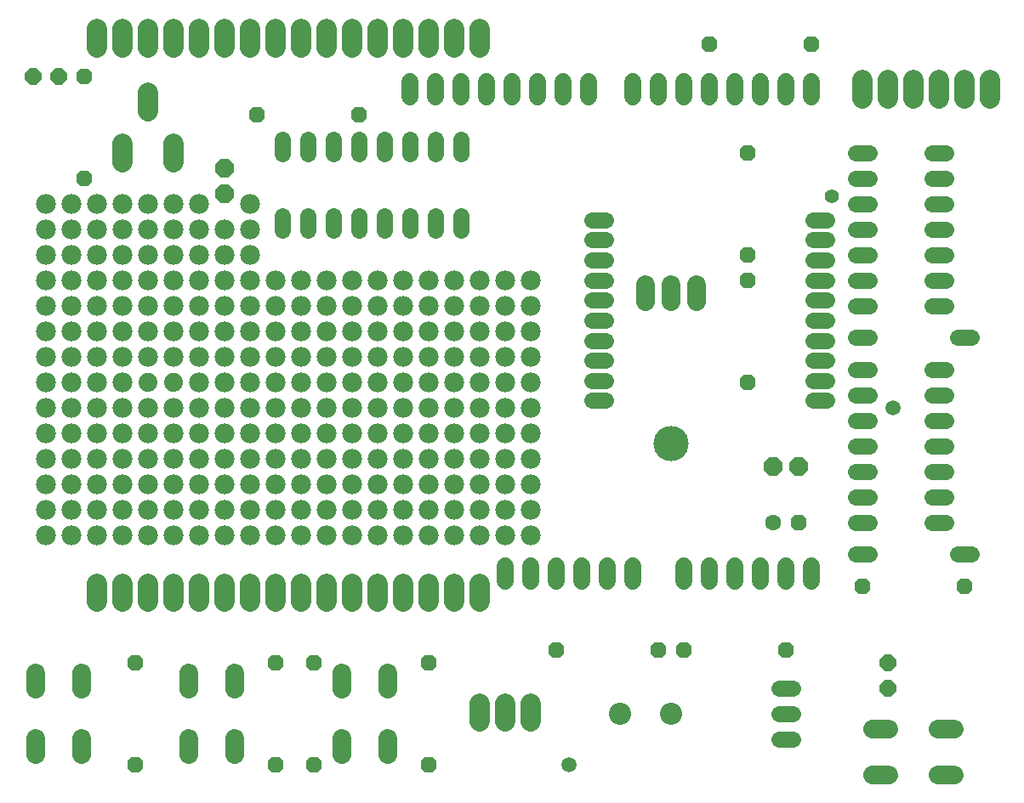
<source format=gts>
G75*
G70*
%OFA0B0*%
%FSLAX24Y24*%
%IPPOS*%
%LPD*%
%AMOC8*
5,1,8,0,0,1.08239X$1,22.5*
%
%ADD10C,0.0674*%
%ADD11C,0.0640*%
%ADD12C,0.0867*%
%ADD13OC8,0.0631*%
%ADD14OC8,0.0640*%
%ADD15C,0.0789*%
%ADD16C,0.0720*%
%ADD17C,0.1380*%
%ADD18C,0.0631*%
%ADD19C,0.0792*%
%ADD20C,0.0635*%
%ADD21OC8,0.0710*%
%ADD22C,0.0780*%
%ADD23C,0.0595*%
%ADD24C,0.0740*%
%ADD25C,0.0556*%
D10*
X019657Y010364D02*
X019657Y010958D01*
X020657Y010958D02*
X020657Y010364D01*
X021657Y010364D02*
X021657Y010958D01*
X022657Y010958D02*
X022657Y010364D01*
X023657Y010364D02*
X023657Y010958D01*
X024657Y010958D02*
X024657Y010364D01*
X026657Y010364D02*
X026657Y010958D01*
X027657Y010958D02*
X027657Y010364D01*
X028657Y010364D02*
X028657Y010958D01*
X029657Y010958D02*
X029657Y010364D01*
X030657Y010364D02*
X030657Y010958D01*
X031657Y010958D02*
X031657Y010364D01*
X031657Y029364D02*
X031657Y029958D01*
X030657Y029958D02*
X030657Y029364D01*
X029657Y029364D02*
X029657Y029958D01*
X028657Y029958D02*
X028657Y029364D01*
X027657Y029364D02*
X027657Y029958D01*
X026657Y029958D02*
X026657Y029364D01*
X025657Y029364D02*
X025657Y029958D01*
X024657Y029958D02*
X024657Y029364D01*
X022907Y029364D02*
X022907Y029958D01*
X021907Y029958D02*
X021907Y029364D01*
X020907Y029364D02*
X020907Y029958D01*
X019907Y029958D02*
X019907Y029364D01*
X018907Y029364D02*
X018907Y029958D01*
X017907Y029958D02*
X017907Y029364D01*
X016907Y029364D02*
X016907Y029958D01*
X015907Y029958D02*
X015907Y029364D01*
D11*
X015907Y027691D02*
X015907Y027131D01*
X016907Y027131D02*
X016907Y027691D01*
X017907Y027691D02*
X017907Y027131D01*
X017907Y024691D02*
X017907Y024131D01*
X016907Y024131D02*
X016907Y024691D01*
X015907Y024691D02*
X015907Y024131D01*
X014907Y024131D02*
X014907Y024691D01*
X013907Y024691D02*
X013907Y024131D01*
X012907Y024131D02*
X012907Y024691D01*
X011907Y024691D02*
X011907Y024131D01*
X010907Y024131D02*
X010907Y024691D01*
X010907Y027131D02*
X010907Y027691D01*
X011907Y027691D02*
X011907Y027131D01*
X012907Y027131D02*
X012907Y027691D01*
X013907Y027691D02*
X013907Y027131D01*
X014907Y027131D02*
X014907Y027691D01*
X033377Y027161D02*
X033937Y027161D01*
X033937Y026161D02*
X033377Y026161D01*
X033377Y025161D02*
X033937Y025161D01*
X033937Y024161D02*
X033377Y024161D01*
X033377Y023161D02*
X033937Y023161D01*
X033937Y022161D02*
X033377Y022161D01*
X033377Y021161D02*
X033937Y021161D01*
X033937Y019911D02*
X033377Y019911D01*
X033377Y018661D02*
X033937Y018661D01*
X033937Y017661D02*
X033377Y017661D01*
X033377Y016661D02*
X033937Y016661D01*
X033937Y015661D02*
X033377Y015661D01*
X033377Y014661D02*
X033937Y014661D01*
X033937Y013661D02*
X033377Y013661D01*
X033377Y012661D02*
X033937Y012661D01*
X033937Y011411D02*
X033377Y011411D01*
X036377Y012661D02*
X036937Y012661D01*
X036937Y013661D02*
X036377Y013661D01*
X036377Y014661D02*
X036937Y014661D01*
X036937Y015661D02*
X036377Y015661D01*
X036377Y016661D02*
X036937Y016661D01*
X036937Y017661D02*
X036377Y017661D01*
X036377Y018661D02*
X036937Y018661D01*
X037377Y019911D02*
X037937Y019911D01*
X036937Y021161D02*
X036377Y021161D01*
X036377Y022161D02*
X036937Y022161D01*
X036937Y023161D02*
X036377Y023161D01*
X036377Y024161D02*
X036937Y024161D01*
X036937Y025161D02*
X036377Y025161D01*
X036377Y026161D02*
X036937Y026161D01*
X036937Y027161D02*
X036377Y027161D01*
X037377Y011411D02*
X037937Y011411D01*
X030937Y006161D02*
X030377Y006161D01*
X030377Y005161D02*
X030937Y005161D01*
X030937Y004161D02*
X030377Y004161D01*
D12*
X026157Y005161D03*
X024157Y005161D03*
D13*
X025657Y007661D03*
X026657Y007661D03*
X030657Y007661D03*
X033657Y010161D03*
X031157Y012661D03*
X029157Y018161D03*
X029157Y022161D03*
X029157Y023161D03*
X029157Y027161D03*
X027657Y031411D03*
X031657Y031411D03*
X013907Y028661D03*
X009907Y028661D03*
X003157Y030161D03*
X003157Y026161D03*
X021657Y007661D03*
X016657Y007161D03*
X012157Y007161D03*
X010657Y007161D03*
X010657Y003161D03*
X012157Y003161D03*
X016657Y003161D03*
X005157Y003161D03*
X005157Y007161D03*
X037657Y010161D03*
D14*
X034657Y007161D03*
X034657Y006161D03*
X002157Y030161D03*
X001157Y030161D03*
D15*
X003657Y031306D02*
X003657Y032015D01*
X004657Y032015D02*
X004657Y031306D01*
X005657Y031306D02*
X005657Y032015D01*
X006657Y032015D02*
X006657Y031306D01*
X007657Y031306D02*
X007657Y032015D01*
X008657Y032015D02*
X008657Y031306D01*
X009657Y031306D02*
X009657Y032015D01*
X010657Y032015D02*
X010657Y031306D01*
X011657Y031306D02*
X011657Y032015D01*
X012657Y032015D02*
X012657Y031306D01*
X013657Y031306D02*
X013657Y032015D01*
X014657Y032015D02*
X014657Y031306D01*
X015657Y031306D02*
X015657Y032015D01*
X016657Y032015D02*
X016657Y031306D01*
X017657Y031306D02*
X017657Y032015D01*
X018657Y032015D02*
X018657Y031306D01*
X006657Y027515D02*
X006657Y026806D01*
X004657Y026806D02*
X004657Y027515D01*
X005657Y028806D02*
X005657Y029515D01*
X005657Y010265D02*
X005657Y009556D01*
X006657Y009556D02*
X006657Y010265D01*
X007657Y010265D02*
X007657Y009556D01*
X008657Y009556D02*
X008657Y010265D01*
X009657Y010265D02*
X009657Y009556D01*
X010657Y009556D02*
X010657Y010265D01*
X011657Y010265D02*
X011657Y009556D01*
X012657Y009556D02*
X012657Y010265D01*
X013657Y010265D02*
X013657Y009556D01*
X014657Y009556D02*
X014657Y010265D01*
X015657Y010265D02*
X015657Y009556D01*
X016657Y009556D02*
X016657Y010265D01*
X017657Y010265D02*
X017657Y009556D01*
X018657Y009556D02*
X018657Y010265D01*
X018657Y005565D02*
X018657Y004856D01*
X019657Y004856D02*
X019657Y005565D01*
X020657Y005565D02*
X020657Y004856D01*
X004657Y009556D02*
X004657Y010265D01*
X003657Y010265D02*
X003657Y009556D01*
D16*
X001267Y004201D02*
X001267Y003561D01*
X003047Y003561D02*
X003047Y004201D01*
X003047Y006121D02*
X003047Y006761D01*
X001267Y006761D02*
X001267Y006121D01*
X007267Y006121D02*
X007267Y006761D01*
X009047Y006761D02*
X009047Y006121D01*
X009047Y004201D02*
X009047Y003561D01*
X007267Y003561D02*
X007267Y004201D01*
X013267Y004201D02*
X013267Y003561D01*
X015047Y003561D02*
X015047Y004201D01*
X015047Y006121D02*
X015047Y006761D01*
X013267Y006761D02*
X013267Y006121D01*
X025157Y021341D02*
X025157Y021981D01*
X026157Y021981D02*
X026157Y021341D01*
X027157Y021341D02*
X027157Y021981D01*
X034057Y004551D02*
X034697Y004551D01*
X036617Y004551D02*
X037257Y004551D01*
X037257Y002771D02*
X036617Y002771D01*
X034697Y002771D02*
X034057Y002771D01*
D17*
X026157Y015761D03*
D18*
X030157Y012661D03*
D19*
X033657Y029305D02*
X033657Y030017D01*
X034657Y030017D02*
X034657Y029305D01*
X035657Y029305D02*
X035657Y030017D01*
X036657Y030017D02*
X036657Y029305D01*
X037657Y029305D02*
X037657Y030017D01*
X038657Y030017D02*
X038657Y029305D01*
D20*
X032266Y024535D02*
X031711Y024535D01*
X031711Y023747D02*
X032266Y023747D01*
X032266Y022960D02*
X031711Y022960D01*
X031711Y022173D02*
X032266Y022173D01*
X032266Y021385D02*
X031711Y021385D01*
X031711Y020598D02*
X032266Y020598D01*
X032266Y019810D02*
X031711Y019810D01*
X031711Y019023D02*
X032266Y019023D01*
X032266Y018236D02*
X031711Y018236D01*
X031711Y017448D02*
X032266Y017448D01*
X023604Y017448D02*
X023049Y017448D01*
X023049Y018236D02*
X023604Y018236D01*
X023604Y019023D02*
X023049Y019023D01*
X023049Y019810D02*
X023604Y019810D01*
X023604Y020598D02*
X023049Y020598D01*
X023049Y021385D02*
X023604Y021385D01*
X023604Y022173D02*
X023049Y022173D01*
X023049Y022960D02*
X023604Y022960D01*
X023604Y023747D02*
X023049Y023747D01*
X023049Y024535D02*
X023604Y024535D01*
D21*
X030157Y014861D03*
X031157Y014861D03*
X008657Y025561D03*
X008657Y026561D03*
D22*
X007657Y025161D03*
X006657Y025161D03*
X005657Y025161D03*
X004657Y025161D03*
X003657Y025161D03*
X002657Y025161D03*
X001657Y025161D03*
X001657Y024161D03*
X002657Y024161D03*
X002657Y023161D03*
X001657Y023161D03*
X001657Y022161D03*
X002657Y022161D03*
X002657Y021161D03*
X001657Y021161D03*
X001657Y020161D03*
X002657Y020161D03*
X002657Y019161D03*
X001657Y019161D03*
X001657Y018161D03*
X002657Y018161D03*
X002657Y017161D03*
X001657Y017161D03*
X001657Y016161D03*
X002657Y016161D03*
X002657Y015161D03*
X001657Y015161D03*
X001657Y014161D03*
X002657Y014161D03*
X002657Y013161D03*
X001657Y013161D03*
X001657Y012161D03*
X002657Y012161D03*
X003657Y012161D03*
X004657Y012161D03*
X004657Y013161D03*
X003657Y013161D03*
X003657Y014161D03*
X004657Y014161D03*
X004657Y015161D03*
X003657Y015161D03*
X003657Y016161D03*
X004657Y016161D03*
X004657Y017161D03*
X003657Y017161D03*
X003657Y018161D03*
X004657Y018161D03*
X004657Y019161D03*
X003657Y019161D03*
X003657Y020161D03*
X004657Y020161D03*
X004657Y021161D03*
X003657Y021161D03*
X003657Y022161D03*
X004657Y022161D03*
X004657Y023161D03*
X003657Y023161D03*
X003657Y024161D03*
X004657Y024161D03*
X005657Y024161D03*
X006657Y024161D03*
X007657Y024161D03*
X007657Y023161D03*
X006657Y023161D03*
X005657Y023161D03*
X005657Y022161D03*
X006657Y022161D03*
X007657Y022161D03*
X007657Y021161D03*
X006657Y021161D03*
X005657Y021161D03*
X005657Y020161D03*
X006657Y020161D03*
X007657Y020161D03*
X007657Y019161D03*
X006657Y019161D03*
X005657Y019161D03*
X007657Y018161D03*
X007657Y017161D03*
X006657Y017161D03*
X005657Y017161D03*
X005657Y016161D03*
X006657Y016161D03*
X007657Y016161D03*
X007657Y015161D03*
X006657Y015161D03*
X005657Y015161D03*
X005657Y014161D03*
X006657Y014161D03*
X007657Y014161D03*
X007657Y013161D03*
X006657Y013161D03*
X005657Y013161D03*
X005657Y012161D03*
X006657Y012161D03*
X007657Y012161D03*
X008657Y012161D03*
X009657Y012161D03*
X009657Y013161D03*
X008657Y013161D03*
X008657Y014161D03*
X009657Y014161D03*
X009657Y015161D03*
X008657Y015161D03*
X008657Y016161D03*
X009657Y016161D03*
X009657Y017161D03*
X008657Y017161D03*
X008657Y018161D03*
X009657Y018161D03*
X009657Y019161D03*
X008657Y019161D03*
X008657Y020161D03*
X009657Y020161D03*
X009657Y021161D03*
X008657Y021161D03*
X008657Y022161D03*
X009657Y022161D03*
X009657Y023161D03*
X008657Y023161D03*
X008657Y024161D03*
X009657Y024161D03*
X009657Y025161D03*
X010657Y022161D03*
X011657Y022161D03*
X011657Y021161D03*
X010657Y021161D03*
X010657Y020161D03*
X011657Y020161D03*
X011657Y019161D03*
X010657Y019161D03*
X010657Y018161D03*
X011657Y018161D03*
X011657Y017161D03*
X010657Y017161D03*
X010657Y016161D03*
X011657Y016161D03*
X011657Y015161D03*
X010657Y015161D03*
X010657Y014161D03*
X011657Y014161D03*
X011657Y013161D03*
X010657Y013161D03*
X010657Y012161D03*
X011657Y012161D03*
X012657Y012161D03*
X013657Y012161D03*
X013657Y013161D03*
X012657Y013161D03*
X012657Y014161D03*
X013657Y014161D03*
X013657Y015161D03*
X012657Y015161D03*
X012657Y016161D03*
X013657Y016161D03*
X013657Y017161D03*
X012657Y017161D03*
X012657Y018161D03*
X013657Y018161D03*
X013657Y019161D03*
X012657Y019161D03*
X012657Y020161D03*
X013657Y020161D03*
X013657Y021161D03*
X012657Y021161D03*
X012657Y022161D03*
X013657Y022161D03*
X014657Y022161D03*
X015657Y022161D03*
X015657Y021161D03*
X014657Y021161D03*
X014657Y020161D03*
X015657Y020161D03*
X015657Y019161D03*
X014657Y019161D03*
X014657Y018161D03*
X015657Y018161D03*
X015657Y017161D03*
X014657Y017161D03*
X014657Y016161D03*
X015657Y016161D03*
X015657Y015161D03*
X014657Y015161D03*
X014657Y014161D03*
X015657Y014161D03*
X015657Y013161D03*
X014657Y013161D03*
X014657Y012161D03*
X015657Y012161D03*
X016657Y012161D03*
X017657Y012161D03*
X017657Y013161D03*
X016657Y013161D03*
X016657Y014161D03*
X017657Y014161D03*
X017657Y015161D03*
X016657Y015161D03*
X016657Y016161D03*
X017657Y016161D03*
X017657Y017161D03*
X016657Y017161D03*
X016657Y018161D03*
X017657Y018161D03*
X017657Y019161D03*
X016657Y019161D03*
X016657Y020161D03*
X017657Y020161D03*
X017657Y021161D03*
X016657Y021161D03*
X016657Y022161D03*
X017657Y022161D03*
X018657Y022161D03*
X019657Y022161D03*
X019657Y021161D03*
X018657Y021161D03*
X018657Y020161D03*
X019657Y020161D03*
X019657Y019161D03*
X018657Y019161D03*
X018657Y018161D03*
X019657Y018161D03*
X019657Y017161D03*
X018657Y017161D03*
X018657Y016161D03*
X019657Y016161D03*
X019657Y015161D03*
X018657Y015161D03*
X018657Y014161D03*
X019657Y014161D03*
X019657Y013161D03*
X018657Y013161D03*
X018657Y012161D03*
X019657Y012161D03*
X020657Y012161D03*
X020657Y013161D03*
X020657Y014161D03*
X020657Y015161D03*
X020657Y016161D03*
X020657Y017161D03*
X020657Y018161D03*
X020657Y019161D03*
X020657Y020161D03*
X020657Y021161D03*
X020657Y022161D03*
D23*
X034857Y017161D03*
X022157Y003161D03*
D24*
X006657Y018161D03*
X005657Y018161D03*
D25*
X032457Y025461D03*
M02*

</source>
